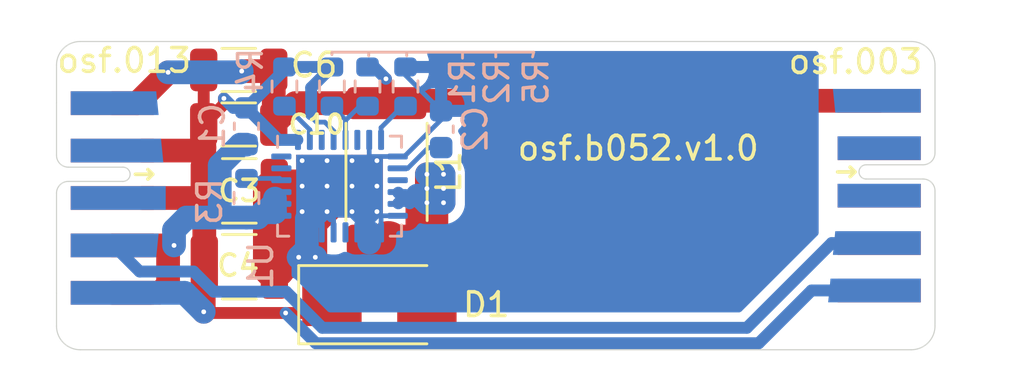
<source format=kicad_pcb>
(kicad_pcb (version 20211014) (generator pcbnew)
  (layers (0 "F.Cu" signal) (31 "B.Cu" signal) (34 "B.Paste" user) (35 "F.Paste" user) (36 "B.SilkS" user "B.Silkscreen") (37 "F.SilkS" user "F.Silkscreen") (38 "B.Mask" user) (39 "F.Mask" user) (44 "Edge.Cuts" user))
  (net 0 "")
  (net 1 "GND")
  (net 2 "/Controller/VCC")
  (net 3 "/Controller/SW")
  (net 4 "/Controller/PoE-")
  (net 5 "/Controller/GNDPWR")
  (net 6 "/Controller/5V")
  (net 7 "/Controller/FB2")
  (net 8 "/Controller/CLASS")
  (net 9 "/Controller/DET")
  (net 10 "/Controller/ILIM")
  (net 13 "Net-(J1-Pad9)")
  (footprint "on_edge:on_edge_2x05_device" (layer "F.Cu") (at 77 80.6 -90)
    (fp_text reference "J1")
    (fp_text value "013_PoE_rectified")
    (fp_line (start -1 -4.05) (end -0.8 -3.85) (layer "F.SilkS") (width 0.153))
    (fp_line (start -1.2 -3.85) (end -1 -4.05) (layer "F.SilkS") (width 0.153))
    (fp_line (start -1 -4.05) (end -1 -3.323) (layer "F.SilkS") (width 0.153))
    (fp_line (start -0.2 0) (end 4 0) (layer "Edge.Cuts") (width 0.05))
    (fp_line (start -0.7 -0.5) (end -0.7 -2.8) (layer "Edge.Cuts") (width 0.05))
    (fp_line (start -1.3 -2.8) (end -1.3 -0.5) (layer "Edge.Cuts") (width 0.05))
    (fp_line (start -4 0) (end -1.8 0) (layer "Edge.Cuts") (width 0.05))
    (fp_arc (start -1.3 -2.8) (mid -1 -3.1) (end -0.7 -2.8) (layer "Edge.Cuts") (width 0.05))
    (fp_arc (start -0.2 0) (mid -0.553553 -0.146447) (end -0.7 -0.5) (layer "Edge.Cuts") (width 0.05))
    (fp_arc (start -1.3 -0.5) (mid -1.446447 -0.146447) (end -1.8 0) (layer "Edge.Cuts") (width 0.05))
    (pad "1" smd rect (at -4 -2.35 90) (size 1 3.5) (layers "F.Cu" "F.Mask") (net 1 "GND"))
    (pad "2" smd rect (at -2 -2.35 270) (size 1 3.5) (layers "F.Cu" "F.Mask") (net 6 "/Controller/5V"))
    (pad "3" smd rect (at 0 -2.35 270) (size 1 3.5) (layers "F.Cu" "F.Mask") (net 6 "/Controller/5V"))
    (pad "4" smd rect (at 2 -2.35 90) (size 1 3.5) (layers "F.Cu" "F.Mask") (net 4 "/Controller/PoE-"))
    (pad "5" smd rect (at 4 -2.35 90) (size 1 3.5) (layers "F.Cu" "F.Mask") (net 4 "/Controller/PoE-"))
    (pad "6" smd custom (at -4 -2.4 270) (size 1 3.6) (layers "B.Cu" "B.Mask") (options (clearance outline) (anchor rect)) (primitives (gr_poly (pts (xy 0.5 -1.8) (xy 0.5 -1.9) (xy -0.5 -1.8)) (width 0) (fill yes))))
    (pad "7" smd custom (at -2 -2.1 270) (size 1 3) (layers "B.Cu" "B.Mask") (options (clearance outline) (anchor rect)) (primitives (gr_poly (pts (xy 0.3 -0.51) (xy 0.31 -0.62) (xy 0.33 -0.7) (xy 0.35 -0.76) (xy 0.37 -0.81) (xy 0.4 -0.86) (xy 0.44 -0.92) (xy 0.48 -0.97) (xy 0.5 -0.99) (xy 0.5 -2.4) (xy -0.5 -2.3) (xy -0.5 1.5) (xy 0.3 1.5)) (width 0) (fill yes))))
    (pad "8" smd rect (at 0 -2.6 270) (size 1 4) (layers "B.Cu" "B.Mask"))
    (pad "9" smd custom (at 2 -2.4 270) (size 1 3.6) (layers "B.Cu" "B.Mask") (net 13 "Net-(J1-Pad9)") (options (clearance outline) (anchor rect)) (primitives (gr_poly (pts (xy -0.5 -1.8) (xy -0.5 -1.9) (xy 0.5 -1.8)) (width 0) (fill yes))))
    (pad "10" smd custom (at 4 -2.3 270) (size 1 3.4) (layers "B.Cu" "B.Mask") (net 6 "/Controller/5V") (options (clearance outline) (anchor rect)) (primitives (gr_poly (pts (xy -0.5 -1.7) (xy -0.5 -1.8) (xy 0.5 -1.7)) (width 0) (fill yes))))
    (zone (net 0) (net_name "") (layers F&B.Cu) (connect_pads (clearance 0)) (min_thickness 0.254)
      (keepout (tracks allowed) (vias not_allowed) (pads allowed) (copperpour not_allowed) (footprints not_allowed))
      (fill (thermal_gap 0.508) (thermal_bridge_width 0.508))
      (polygon (pts (xy 77 85.6) (xy 77 75.6) (xy 81 75.6) (xy 81 85.6)))
    )
  )
  (footprint "Inductor_SMD:L_2512_6332Metric" (layer "F.Cu") (at 90.9 79.5 -90)
    (fp_text reference "L1" (at 0 -2.62 90) (layer "F.SilkS"))
    (fp_text value "22uH")
    (fp_line (start -2.052064 1.71) (end 2.052064 1.71) (layer "F.SilkS") (width 0.12))
    (fp_line (start -2.052064 -1.71) (end 2.052064 -1.71) (layer "F.SilkS") (width 0.12))
    (pad "1" smd roundrect (at -2.9 0 270) (size 1.35 3.35) (layers "F.Cu" "F.Paste" "F.Mask") (roundrect_rratio 0.185185) (net 1 "GND"))
    (pad "2" smd roundrect (at 2.9 0 270) (size 1.35 3.35) (layers "F.Cu" "F.Paste" "F.Mask") (roundrect_rratio 0.185185) (net 3 "/Controller/SW"))
  )
  (footprint "on_edge:on_edge_2x05_host" (layer "F.Cu") (at 114 80.5 -90)
    (fp_text reference "J2")
    (fp_text value "003_power")
    (fp_line (start -1 4.1) (end -1 3.373) (layer "F.SilkS") (width 0.153))
    (fp_line (start -0.8 3.573) (end -1 3.373) (layer "F.SilkS") (width 0.153))
    (fp_line (start -1 3.373) (end -1.2 3.573) (layer "F.SilkS") (width 0.153))
    (fp_line (start -4 0) (end -1.8 0) (layer "Edge.Cuts") (width 0.05))
    (fp_line (start -0.2 0) (end 4 0) (layer "Edge.Cuts") (width 0.05))
    (fp_line (start -0.7 2.9) (end -0.7 0.5) (layer "Edge.Cuts") (width 0.05))
    (fp_line (start -1.3 0.5) (end -1.3 2.9) (layer "Edge.Cuts") (width 0.05))
    (fp_arc (start -1.8 0) (mid -1.446447 0.146447) (end -1.3 0.5) (layer "Edge.Cuts") (width 0.05))
    (fp_arc (start -0.7 0.5) (mid -0.553553 0.146447) (end -0.2 0) (layer "Edge.Cuts") (width 0.05))
    (fp_arc (start -0.7 2.9) (mid -1 3.2) (end -1.3 2.9) (layer "Edge.Cuts") (width 0.05))
    (pad "1" smd rect (at -4 2.35 270) (size 1 3.5) (layers "F.Cu" "F.Mask") (net 1 "GND"))
    (pad "2" smd rect (at -2 2.35 270) (size 1 3.5) (layers "F.Cu" "F.Mask"))
    (pad "3" smd rect (at 0 2.35 270) (size 1 3.5) (layers "F.Cu" "F.Mask"))
    (pad "4" smd rect (at 2 2.35 270) (size 1 3.5) (layers "F.Cu" "F.Mask"))
    (pad "5" smd rect (at 4 2.35 270) (size 1 3.5) (layers "F.Cu" "F.Mask"))
    (pad "6" smd custom (at -4 2.4 90) (size 1 3.6) (layers "B.Cu" "B.Mask") (options (clearance outline) (anchor rect)) (primitives (gr_poly (pts (xy 0.5 -1.8) (xy -0.5 -1.8) (xy 0.5 -1.9)) (width 0) (fill yes))))
    (pad "7" smd rect (at -2 2.35 90) (size 1 3.5) (layers "B.Cu" "B.Mask"))
    (pad "8" smd rect (at 0 2.35 90) (size 1 3.5) (layers "B.Cu" "B.Mask"))
    (pad "9" smd custom (at 2 2.4 90) (size 1 3.6) (layers "B.Cu" "B.Mask") (net 13 "Net-(J1-Pad9)") (options (clearance outline) (anchor rect)) (primitives (gr_poly (pts (xy 0.5 -1.8) (xy -0.5 -1.8) (xy -0.5 -1.9)) (width 0) (fill yes))))
    (pad "10" smd custom (at 4 2.5 90) (size 1 3.8) (layers "B.Cu" "B.Mask") (net 6 "/Controller/5V") (options (clearance outline) (anchor rect)) (primitives (gr_poly (pts (xy 0.5 -1.9) (xy -0.5 -1.9) (xy -0.5 -2)) (width 0) (fill yes))))
    (zone (net 0) (net_name "") (layers F&B.Cu) (connect_pads (clearance 0)) (min_thickness 0.254)
      (keepout (tracks allowed) (vias not_allowed) (pads allowed) (copperpour not_allowed) (footprints not_allowed))
      (fill (thermal_gap 0.508) (thermal_bridge_width 0.508))
      (polygon (pts (xy 110 85.5) (xy 110 75.5) (xy 114 75.5) (xy 114 85.5)))
    )
  )
  (footprint "Capacitor_SMD:C_1210_3225Metric" (layer "F.Cu") (at 84.7 83.5)
    (fp_text reference "C4" (at -0.05 -0.05 -180) (layer "F.SilkS") (effects (font (size 0.9 0.9))))
    (fp_text value "10uF")
    (fp_line (start -0.711252 -1.36) (end 0.711252 -1.36) (layer "F.SilkS") (width 0.12))
    (fp_line (start -0.711252 1.36) (end 0.711252 1.36) (layer "F.SilkS") (width 0.12))
    (pad "1" smd roundrect (at -1.475 0) (size 1.15 2.7) (layers "F.Cu" "F.Paste" "F.Mask") (roundrect_rratio 0.217391) (net 6 "/Controller/5V"))
    (pad "2" smd roundrect (at 1.475 0) (size 1.15 2.7) (layers "F.Cu" "F.Paste" "F.Mask") (roundrect_rratio 0.217391) (net 5 "/Controller/GNDPWR"))
  )
  (footprint "Capacitor_SMD:C_1206_3216Metric" (layer "F.Cu") (at 84.675 75.2)
    (fp_text reference "C6" (at 3.175 -0.2) (layer "F.SilkS"))
    (fp_text value "100uF")
    (fp_line (start -0.711252 0.91) (end 0.711252 0.91) (layer "F.SilkS") (width 0.12))
    (fp_line (start -0.711252 -0.91) (end 0.711252 -0.91) (layer "F.SilkS") (width 0.12))
    (pad "1" smd roundrect (at -1.475 0) (size 1.15 1.8) (layers "F.Cu" "F.Paste" "F.Mask") (roundrect_rratio 0.217391) (net 6 "/Controller/5V"))
    (pad "2" smd roundrect (at 1.475 0) (size 1.15 1.8) (layers "F.Cu" "F.Paste" "F.Mask") (roundrect_rratio 0.217391) (net 1 "GND"))
  )
  (footprint "Capacitor_SMD:C_1206_3216Metric" (layer "F.Cu") (at 84.675 77.5)
    (fp_text reference "C10" (at 3.275 0) (layer "F.SilkS") (effects (font (size 0.8 0.8))))
    (fp_text value "22uF")
    (fp_line (start -0.711252 -0.91) (end 0.711252 -0.91) (layer "F.SilkS") (width 0.12))
    (fp_line (start -0.711252 0.91) (end 0.711252 0.91) (layer "F.SilkS") (width 0.12))
    (pad "1" smd roundrect (at -1.475 0) (size 1.15 1.8) (layers "F.Cu" "F.Paste" "F.Mask") (roundrect_rratio 0.217391) (net 6 "/Controller/5V"))
    (pad "2" smd roundrect (at 1.475 0) (size 1.15 1.8) (layers "F.Cu" "F.Paste" "F.Mask") (roundrect_rratio 0.217391) (net 1 "GND"))
  )
  (footprint "Diode_SMD:D_SMA" (layer "F.Cu") (at 90.6 85.1)
    (fp_text reference "D1" (at 4.5 0) (layer "F.SilkS"))
    (fp_text value "SL310A-TP")
    (fp_line (start -3.4 -1.65) (end -3.4 1.65) (layer "F.SilkS") (width 0.12))
    (fp_line (start -3.4 -1.65) (end 2 -1.65) (layer "F.SilkS") (width 0.12))
    (fp_line (start -3.4 1.65) (end 2 1.65) (layer "F.SilkS") (width 0.12))
    (pad "1" smd rect (at -2 0) (size 2.5 1.8) (layers "F.Cu" "F.Paste" "F.Mask") (net 6 "/Controller/5V"))
    (pad "2" smd rect (at 2 0) (size 2.5 1.8) (layers "F.Cu" "F.Paste" "F.Mask") (net 3 "/Controller/SW"))
  )
  (footprint "Capacitor_SMD:C_1210_3225Metric" (layer "F.Cu") (at 84.7 80.3)
    (fp_text reference "C3" (at 0 0) (layer "F.SilkS") (effects (font (size 0.9 0.9))))
    (fp_text value "2.2uF")
    (fp_line (start -0.711252 -1.36) (end 0.711252 -1.36) (layer "F.SilkS") (width 0.12))
    (fp_line (start -0.711252 1.36) (end 0.711252 1.36) (layer "F.SilkS") (width 0.12))
    (pad "1" smd roundrect (at -1.475 0) (size 1.15 2.7) (layers "F.Cu" "F.Paste" "F.Mask") (roundrect_rratio 0.217391) (net 6 "/Controller/5V"))
    (pad "2" smd roundrect (at 1.475 0) (size 1.15 2.7) (layers "F.Cu" "F.Paste" "F.Mask") (roundrect_rratio 0.217391) (net 5 "/Controller/GNDPWR"))
  )
  (footprint "Capacitor_SMD:C_0603_1608Metric" (layer "B.Cu") (at 85 77.575 -90)
    (fp_text reference "C1" (at 0 1.43 90) (layer "B.SilkS") (effects (justify mirror)))
    (fp_text value "100n")
    (fp_line (start -0.14058 0.51) (end 0.14058 0.51) (layer "B.SilkS") (width 0.12))
    (fp_line (start -0.14058 -0.51) (end 0.14058 -0.51) (layer "B.SilkS") (width 0.12))
    (pad "1" smd roundrect (at -0.775 0 270) (size 0.9 0.95) (layers "B.Cu" "B.Paste" "B.Mask") (net 6 "/Controller/5V"))
    (pad "2" smd roundrect (at 0.775 0 270) (size 0.9 0.95) (layers "B.Cu" "B.Paste" "B.Mask") (net 4 "/Controller/PoE-"))
  )
  (footprint "Capacitor_SMD:C_0603_1608Metric" (layer "B.Cu") (at 93.2 77.7 90)
    (fp_text reference "C2" (at 0 1.43 90) (layer "B.SilkS") (effects (justify mirror)))
    (fp_text value "1uF")
    (fp_line (start -0.14058 0.51) (end 0.14058 0.51) (layer "B.SilkS") (width 0.12))
    (fp_line (start -0.14058 -0.51) (end 0.14058 -0.51) (layer "B.SilkS") (width 0.12))
    (pad "1" smd roundrect (at -0.775 0 90) (size 0.9 0.95) (layers "B.Cu" "B.Paste" "B.Mask") (net 2 "/Controller/VCC"))
    (pad "2" smd roundrect (at 0.775 0 90) (size 0.9 0.95) (layers "B.Cu" "B.Paste" "B.Mask") (net 5 "/Controller/GNDPWR"))
  )
  (footprint "Resistor_SMD:R_0603_1608Metric" (layer "B.Cu") (at 88.6 75.9 90)
    (fp_text reference "R1" (at 0.2 5.5 90) (layer "B.SilkS") (effects (justify mirror)))
    (fp_text value "59k")
    (fp_line (start -0.237258 0.5225) (end 0.237258 0.5225) (layer "B.SilkS") (width 0.12))
    (fp_line (start -0.237258 -0.5225) (end 0.237258 -0.5225) (layer "B.SilkS") (width 0.12))
    (pad "1" smd roundrect (at -0.825 0 90) (size 0.8 0.95) (layers "B.Cu" "B.Paste" "B.Mask") (net 7 "/Controller/FB2"))
    (pad "2" smd roundrect (at 0.825 0 90) (size 0.8 0.95) (layers "B.Cu" "B.Paste" "B.Mask") (net 6 "/Controller/5V"))
  )
  (footprint "Resistor_SMD:R_0603_1608Metric" (layer "B.Cu") (at 90.1 75.9 -90)
    (fp_text reference "R2" (at -0.2 -5.45 90) (layer "B.SilkS") (effects (justify mirror)))
    (fp_text value "100k")
    (fp_line (start -0.237258 0.5225) (end 0.237258 0.5225) (layer "B.SilkS") (width 0.12))
    (fp_line (start -0.237258 -0.5225) (end 0.237258 -0.5225) (layer "B.SilkS") (width 0.12))
    (pad "1" smd roundrect (at -0.825 0 270) (size 0.8 0.95) (layers "B.Cu" "B.Paste" "B.Mask") (net 1 "GND"))
    (pad "2" smd roundrect (at 0.825 0 270) (size 0.8 0.95) (layers "B.Cu" "B.Paste" "B.Mask") (net 7 "/Controller/FB2"))
  )
  (footprint "Resistor_SMD:R_0603_1608Metric" (layer "B.Cu") (at 85 80.6 -90)
    (fp_text reference "R3" (at 0.15 1.55 90) (layer "B.SilkS") (effects (justify mirror)))
    (fp_text value "41.2R")
    (fp_line (start -0.237258 -0.5225) (end 0.237258 -0.5225) (layer "B.SilkS") (width 0.12))
    (fp_line (start -0.237258 0.5225) (end 0.237258 0.5225) (layer "B.SilkS") (width 0.12))
    (pad "1" smd roundrect (at -0.825 0 270) (size 0.8 0.95) (layers "B.Cu" "B.Paste" "B.Mask") (net 8 "/Controller/CLASS"))
    (pad "2" smd roundrect (at 0.825 0 270) (size 0.8 0.95) (layers "B.Cu" "B.Paste" "B.Mask") (net 4 "/Controller/PoE-"))
  )
  (footprint "Resistor_SMD:R_0603_1608Metric" (layer "B.Cu") (at 91.7 75.9 90)
    (fp_text reference "R5" (at 0.2 5.5 90) (layer "B.SilkS") (effects (justify mirror)))
    (fp_text value "43.2k")
    (fp_line (start -0.237258 -0.5225) (end 0.237258 -0.5225) (layer "B.SilkS") (width 0.12))
    (fp_line (start -0.237258 0.5225) (end 0.237258 0.5225) (layer "B.SilkS") (width 0.12))
    (pad "1" smd roundrect (at -0.825 0 90) (size 0.8 0.95) (layers "B.Cu" "B.Paste" "B.Mask") (net 10 "/Controller/ILIM"))
    (pad "2" smd roundrect (at 0.825 0 90) (size 0.8 0.95) (layers "B.Cu" "B.Paste" "B.Mask") (net 5 "/Controller/GNDPWR"))
  )
  (footprint "Package_DFN_QFN:QFN-28-1EP_4x5mm_P0.5mm_EP2.65x3.65mm_ThermalVias" (layer "B.Cu") (at 88.92 80.1 -90)
    (fp_text reference "U1" (at 3.35 3.32 90) (layer "B.SilkS") (effects (justify mirror)))
    (fp_text value "MP8007")
    (fp_line (start 1.635 -2.61) (end 2.11 -2.61) (layer "B.SilkS") (width 0.12))
    (fp_line (start 2.11 2.61) (end 2.11 2.135) (layer "B.SilkS") (width 0.12))
    (fp_line (start -1.635 2.61) (end -2.11 2.61) (layer "B.SilkS") (width 0.12))
    (fp_line (start 2.11 -2.61) (end 2.11 -2.135) (layer "B.SilkS") (width 0.12))
    (fp_line (start 1.635 2.61) (end 2.11 2.61) (layer "B.SilkS") (width 0.12))
    (fp_line (start -1.635 -2.61) (end -2.11 -2.61) (layer "B.SilkS") (width 0.12))
    (fp_line (start -2.11 -2.61) (end -2.11 -2.135) (layer "B.SilkS") (width 0.12))
    (pad "1" smd roundrect (at -1.95 1.75 270) (size 0.85 0.25) (layers "B.Cu" "B.Paste" "B.Mask") (net 6 "/Controller/5V"))
    (pad "2" smd roundrect (at -1.95 1.25 270) (size 0.85 0.25) (layers "B.Cu" "B.Paste" "B.Mask") (net 9 "/Controller/DET"))
    (pad "3" smd roundrect (at -1.95 0.75 270) (size 0.85 0.25) (layers "B.Cu" "B.Paste" "B.Mask"))
    (pad "4" smd roundrect (at -1.95 0.25 270) (size 0.85 0.25) (layers "B.Cu" "B.Paste" "B.Mask") (net 6 "/Controller/5V"))
    (pad "5" smd roundrect (at -1.95 -0.25 270) (size 0.85 0.25) (layers "B.Cu" "B.Paste" "B.Mask") (net 7 "/Controller/FB2"))
    (pad "6" smd roundrect (at -1.95 -0.75 270) (size 0.85 0.25) (layers "B.Cu" "B.Paste" "B.Mask"))
    (pad "7" smd roundrect (at -1.95 -1.25 270) (size 0.85 0.25) (layers "B.Cu" "B.Paste" "B.Mask") (net 5 "/Controller/GNDPWR"))
    (pad "8" smd roundrect (at -1.95 -1.75 270) (size 0.85 0.25) (layers "B.Cu" "B.Paste" "B.Mask") (net 10 "/Controller/ILIM"))
    (pad "9" smd roundrect (at -1.25 -2.45 270) (size 0.25 0.85) (layers "B.Cu" "B.Paste" "B.Mask") (net 5 "/Controller/GNDPWR"))
    (pad "10" smd roundrect (at -0.75 -2.45 270) (size 0.25 0.85) (layers "B.Cu" "B.Paste" "B.Mask") (net 2 "/Controller/VCC"))
    (pad "11" smd roundrect (at -0.25 -2.45 270) (size 0.25 0.85) (layers "B.Cu" "B.Paste" "B.Mask"))
    (pad "12" smd roundrect (at 0.25 -2.45 270) (size 0.25 0.85) (layers "B.Cu" "B.Paste" "B.Mask") (net 3 "/Controller/SW"))
    (pad "13" smd roundrect (at 0.75 -2.45 270) (size 0.25 0.85) (layers "B.Cu" "B.Paste" "B.Mask") (net 3 "/Controller/SW"))
    (pad "14" smd roundrect (at 1.25 -2.45 270) (size 0.25 0.85) (layers "B.Cu" "B.Paste" "B.Mask") (net 5 "/Controller/GNDPWR"))
    (pad "15" smd roundrect (at 1.95 -1.75 270) (size 0.85 0.25) (layers "B.Cu" "B.Paste" "B.Mask") (net 5 "/Controller/GNDPWR"))
    (pad "16" smd roundrect (at 1.95 -1.25 270) (size 0.85 0.25) (layers "B.Cu" "B.Paste" "B.Mask") (net 5 "/Controller/GNDPWR"))
    (pad "17" smd roundrect (at 1.95 -0.75 270) (size 0.85 0.25) (layers "B.Cu" "B.Paste" "B.Mask") (net 5 "/Controller/GNDPWR"))
    (pad "18" smd roundrect (at 1.95 -0.25 270) (size 0.85 0.25) (layers "B.Cu" "B.Paste" "B.Mask"))
    (pad "19" smd roundrect (at 1.95 0.25 270) (size 0.85 0.25) (layers "B.Cu" "B.Paste" "B.Mask") (net 5 "/Controller/GNDPWR"))
    (pad "20" smd roundrect (at 1.95 0.75 270) (size 0.85 0.25) (layers "B.Cu" "B.Paste" "B.Mask") (net 5 "/Controller/GNDPWR"))
    (pad "21" smd roundrect (at 1.95 1.25 270) (size 0.85 0.25) (layers "B.Cu" "B.Paste" "B.Mask") (net 5 "/Controller/GNDPWR"))
    (pad "22" smd roundrect (at 1.95 1.75 270) (size 0.85 0.25) (layers "B.Cu" "B.Paste" "B.Mask") (net 5 "/Controller/GNDPWR"))
    (pad "23" smd roundrect (at 1.25 2.45 270) (size 0.25 0.85) (layers "B.Cu" "B.Paste" "B.Mask") (net 4 "/Controller/PoE-"))
    (pad "24" smd roundrect (at 0.75 2.45 270) (size 0.25 0.85) (layers "B.Cu" "B.Paste" "B.Mask") (net 4 "/Controller/PoE-"))
    (pad "25" smd roundrect (at 0.25 2.45 270) (size 0.25 0.85) (layers "B.Cu" "B.Paste" "B.Mask") (net 4 "/Controller/PoE-"))
    (pad "26" smd roundrect (at -0.25 2.45 270) (size 0.25 0.85) (layers "B.Cu" "B.Paste" "B.Mask") (net 8 "/Controller/CLASS"))
    (pad "27" smd roundrect (at -0.75 2.45 270) (size 0.25 0.85) (layers "B.Cu" "B.Paste" "B.Mask"))
    (pad "28" smd roundrect (at -1.25 2.45 270) (size 0.25 0.85) (layers "B.Cu" "B.Paste" "B.Mask"))
    (pad "29" thru_hole circle (at 0 1.575 270) (size 0.5 0.5) (drill 0.2) (layers *.Cu) (net 5 "/Controller/GNDPWR"))
    (pad "29" smd rect (at 0 0 270) (size 2.65 3.65) (layers "B.Cu" "B.Mask") (net 5 "/Controller/GNDPWR"))
    (pad "29" thru_hole circle (at -1.075 0.525 270) (size 0.5 0.5) (drill 0.2) (layers *.Cu) (net 5 "/Controller/GNDPWR"))
    (pad "29" thru_hole circle (at 1.075 0.525 270) (size 0.5 0.5) (drill 0.2) (layers *.Cu) (net 5 "/Controller/GNDPWR"))
    (pad "29" thru_hole circle (at 0 -1.575 270) (size 0.5 0.5) (drill 0.2) (layers *.Cu) (net 5 "/Controller/GNDPWR"))
    (pad "29" thru_hole circle (at 1.075 -0.525 270) (size 0.5 0.5) (drill 0.2) (layers *.Cu) (net 5 "/Controller/GNDPWR"))
    (pad "29" thru_hole circle (at -1.075 -1.575 270) (size 0.5 0.5) (drill 0.2) (layers *.Cu) (net 5 "/Controller/GNDPWR"))
    (pad "29" thru_hole circle (at -1.075 -0.525 270) (size 0.5 0.5) (drill 0.2) (layers *.Cu) (net 5 "/Controller/GNDPWR"))
    (pad "29" thru_hole circle (at 1.075 -1.575 270) (size 0.5 0.5) (drill 0.2) (layers *.Cu) (net 5 "/Controller/GNDPWR"))
    (pad "29" thru_hole circle (at -1.075 1.575 270) (size 0.5 0.5) (drill 0.2) (layers *.Cu) (net 5 "/Controller/GNDPWR"))
    (pad "29" thru_hole circle (at 0 0.525 270) (size 0.5 0.5) (drill 0.2) (layers *.Cu) (net 5 "/Controller/GNDPWR"))
    (pad "29" thru_hole circle (at 1.075 1.575 270) (size 0.5 0.5) (drill 0.2) (layers *.Cu) (net 5 "/Controller/GNDPWR"))
    (pad "29" thru_hole circle (at 0 -0.525 270) (size 0.5 0.5) (drill 0.2) (layers *.Cu) (net 5 "/Controller/GNDPWR"))
    (pad "29" smd rect (at 0 0 270) (size 2.65 3.65) (layers "F.Cu") (net 5 "/Controller/GNDPWR"))
  )
  (footprint "Resistor_SMD:R_0603_1608Metric" (layer "B.Cu") (at 86.6 75.9 -90)
    (fp_text reference "R4" (at -0.65 1.43 90) (layer "B.SilkS") (effects (justify mirror)))
    (fp_text value "24.9k")
    (fp_line (start -0.237258 -0.5225) (end 0.237258 -0.5225) (layer "B.SilkS") (width 0.12))
    (fp_line (start -0.237258 0.5225) (end 0.237258 0.5225) (layer "B.SilkS") (width 0.12))
    (pad "1" smd roundrect (at -0.825 0 270) (size 0.8 0.95) (layers "B.Cu" "B.Paste" "B.Mask") (net 6 "/Controller/5V"))
    (pad "2" smd roundrect (at 0.825 0 270) (size 0.8 0.95) (layers "B.Cu" "B.Paste" "B.Mask") (net 9 "/Controller/DET"))
  )
  (gr_line (start 95.5 74.65) (end 95.5 74.45) (layer "B.SilkS") (width 0.12))
  (gr_line (start 91.75 74.6) (end 91.75 74.5) (layer "B.SilkS") (width 0.12))
  (gr_line (start 90.15 74.6) (end 90.15 74.5) (layer "B.SilkS") (width 0.12))
  (gr_line (start 88.6 74.45) (end 88.6 74.55) (layer "B.SilkS") (width 0.12))
  (gr_line (start 94.1 74.7) (end 94.1 74.5) (layer "B.SilkS") (width 0.12))
  (gr_line (start 97.1 74.45) (end 88.6 74.45) (layer "B.SilkS") (width 0.12))
  (gr_line (start 97.05 74.65) (end 97.1 74.45) (layer "B.SilkS") (width 0.12))
  (gr_line (start 113 87) (end 78 87) (layer "Edge.Cuts") (width 0.05))
  (gr_line (start 77 86) (end 77 84.6) (layer "Edge.Cuts") (width 0.05))
  (gr_line (start 78 74) (end 113 74) (layer "Edge.Cuts") (width 0.05))
  (gr_line (start 114 76.5) (end 114 75) (layer "Edge.Cuts") (width 0.05))
  (gr_line (start 77 76.6) (end 77 75) (layer "Edge.Cuts") (width 0.05))
  (gr_arc (start 113 74) (mid 113.707107 74.292893) (end 114 75) (layer "Edge.Cuts") (width 0.05))
  (gr_arc (start 77 75) (mid 77.292893 74.292893) (end 78 74) (layer "Edge.Cuts") (width 0.05))
  (gr_arc (start 78 87) (mid 77.292893 86.707107) (end 77 86) (layer "Edge.Cuts") (width 0.05))
  (gr_line (start 114 86) (end 114 84.5) (layer "Edge.Cuts") (width 0.05))
  (gr_arc (start 114 86) (mid 113.707107 86.707107) (end 113 87) (layer "Edge.Cuts") (width 0.05))
  (gr_text "osf.003" (at 110.65 74.85) (layer "F.SilkS") (effects (font (size 1 1))))
  (gr_text "osf.013" (at 79.85 74.8) (layer "F.SilkS") (effects (font (size 1 1))))
  (gr_text "osf.b052.v1.0" (at 101.5 78.5) (layer "F.SilkS") (effects (font (size 1 1))))
  (segment (start 90.875736 75.574264) (end 90.875736 76.575736) (width 0.5) (layer "F.Cu") (net 1))
  (segment (start 84.8 75.25) (end 86.1 75.25) (width 1) (layer "F.Cu") (net 1))
  (segment (start 90.9 76.6) (end 91 76.5) (width 1) (layer "F.Cu") (net 1))
  (segment (start 91 76.5) (end 111.65 76.5) (width 1) (layer "F.Cu") (net 1))
  (segment (start 80.4 76.6) (end 81.7 75.3) (width 1) (layer "F.Cu") (net 1))
  (segment (start 86.1 75.25) (end 86.15 75.2) (width 1) (layer "F.Cu") (net 1))
  (segment (start 79.35 76.6) (end 80.4 76.6) (width 1) (layer "F.Cu") (net 1))
  (segment (start 90.9 76.6) (end 87.05 76.6) (width 1) (layer "F.Cu") (net 1))
  (segment (start 90.875736 76.575736) (end 90.9 76.6) (width 0.5) (layer "F.Cu") (net 1))
  (segment (start 87.05 76.6) (end 86.15 77.5) (width 1) (layer "F.Cu") (net 1))
  (segment (start 86.15 75.2) (end 86.15 77.5) (width 1) (layer "F.Cu") (net 1))
  (via (at 81.7 75.3) (size 0.45) (drill 0.2) (layers "F.Cu" "B.Cu") (net 1))
  (via (at 90.875736 75.574264) (size 0.45) (drill 0.2) (layers "F.Cu" "B.Cu") (net 1))
  (via (at 84.8 75.25) (size 0.45) (drill 0.2) (layers "F.Cu" "B.Cu") (net 1))
  (segment (start 90.1 75.075) (end 90.376472 75.075) (width 0.5) (layer "B.Cu") (net 1))
  (segment (start 90.376472 75.075) (end 90.875736 75.574264) (width 0.5) (layer "B.Cu") (net 1))
  (segment (start 81.7 75.3) (end 84.75 75.3) (width 1) (layer "B.Cu") (net 1))
  (segment (start 84.75 75.3) (end 84.8 75.25) (width 1) (layer "B.Cu") (net 1))
  (segment (start 92.664325 78.475) (end 93.2 78.475) (width 0.2) (layer "B.Cu") (net 2))
  (segment (start 91.37 79.35) (end 91.789325 79.35) (width 0.2) (layer "B.Cu") (net 2))
  (segment (start 91.789325 79.35) (end 92.664325 78.475) (width 0.2) (layer "B.Cu") (net 2))
  (segment (start 92.6 80.2) (end 92.6 80.8) (width 1) (layer "F.Cu") (net 3))
  (segment (start 92.6 79.6) (end 92.6 80.2) (width 1) (layer "F.Cu") (net 3))
  (segment (start 93.3 80.8) (end 93.3 79.6) (width 1) (layer "F.Cu") (net 3))
  (segment (start 92.6 85.1) (end 92.6 84.1) (width 1.8) (layer "F.Cu") (net 3))
  (segment (start 92.6 84.1) (end 90.975001 82.475001) (width 1.8) (layer "F.Cu") (net 3))
  (segment (start 92.6 80.8) (end 92.6 79.6) (width 1) (layer "F.Cu") (net 3))
  (segment (start 92.6 80.8) (end 92.6 85.1) (width 1.8) (layer "F.Cu") (net 3))
  (via (at 93.3 80.8) (size 0.45) (drill 0.2) (layers "F.Cu" "B.Cu") (net 3))
  (via (at 92.6 79.6) (size 0.45) (drill 0.2) (layers "F.Cu" "B.Cu") (net 3))
  (via (at 93.3 79.6) (size 0.45) (drill 0.2) (layers "F.Cu" "B.Cu") (net 3))
  (via (at 93.3 80.2) (size 0.45) (drill 0.2) (layers "F.Cu" "B.Cu") (net 3))
  (via (at 92.6 80.2) (size 0.45) (drill 0.2) (layers "F.Cu" "B.Cu") (net 3))
  (via (at 92.6 80.8) (size 0.45) (drill 0.2) (layers "F.Cu" "B.Cu") (net 3))
  (segment (start 92.4 80.5) (end 91.72 80.5) (width 0.5) (layer "B.Cu") (net 3))
  (segment (start 93.3 80.8) (end 92.6 80.8) (width 1) (layer "B.Cu") (net 3))
  (segment (start 92.3 80.5) (end 92.2 80.5) (width 1) (layer "B.Cu") (net 3))
  (segment (start 92.6 80.8) (end 92.3 80.5) (width 1) (layer "B.Cu") (net 3))
  (segment (start 92.4 80.5) (end 91.52 80.5) (width 0.5) (layer "B.Cu") (net 3))
  (segment (start 92.4 80.5) (end 92.2 80.5) (width 0.5) (layer "B.Cu") (net 3))
  (segment (start 92.2 80.5) (end 91.87501 80.82499) (width 0.5) (layer "B.Cu") (net 3))
  (segment (start 93.3 79.6) (end 93.3 80.2) (width 1) (layer "B.Cu") (net 3))
  (segment (start 93.3 79.6) (end 92.6 79.6) (width 1) (layer "B.Cu") (net 3))
  (segment (start 91.72 80.5) (end 91.39501 80.82499) (width 0.5) (layer "B.Cu") (net 3))
  (segment (start 91.52 80.5) (end 91.39501 80.37501) (width 0.5) (layer "B.Cu") (net 3))
  (segment (start 93.3 80.2) (end 93.3 80.8) (width 1) (layer "B.Cu") (net 3))
  (segment (start 81.35 84.6) (end 81.7 84.25) (width 1) (layer "F.Cu") (net 4))
  (segment (start 79.35 84.6) (end 81.35 84.6) (width 1) (layer "F.Cu") (net 4))
  (segment (start 81.7 82.6) (end 79.35 82.6) (width 1) (layer "F.Cu") (net 4))
  (segment (start 81.7 84.25) (end 81.7 82.6) (width 1) (layer "F.Cu") (net 4))
  (via (at 81.95 82.6) (size 0.45) (drill 0.2) (layers "F.Cu" "B.Cu") (net 4))
  (segment (start 83.875 79.222918) (end 83.875 81.425) (width 1) (layer "B.Cu") (net 4))
  (segment (start 86.47 80.35) (end 86.075 80.35) (width 0.2) (layer "B.Cu") (net 4))
  (segment (start 82.475 81.425) (end 81.95 81.95) (width 1) (layer "B.Cu") (net 4))
  (segment (start 86.075 80.35) (end 85 81.425) (width 0.2) (layer "B.Cu") (net 4))
  (segment (start 85.575 80.85) (end 85 81.425) (width 0.2) (layer "B.Cu") (net 4))
  (segment (start 86.2 81.2) (end 86.2 80.62501) (width 1) (layer "B.Cu") (net 4))
  (segment (start 85 81.425) (end 85.475 81.425) (width 1) (layer "B.Cu") (net 4))
  (segment (start 86.47 81.35) (end 85.075 81.35) (width 0.2) (layer "B.Cu") (net 4))
  (segment (start 86.2 81.2) (end 85.7 81.2) (width 1) (layer "B.Cu") (net 4))
  (segment (start 85.075 81.35) (end 85 81.425) (width 0.2) (layer "B.Cu") (net 4))
  (segment (start 85 78.35) (end 84.747918 78.35) (width 1) (layer "B.Cu") (net 4))
  (segment (start 86.47 80.85) (end 85.575 80.85) (width 0.2) (layer "B.Cu") (net 4))
  (segment (start 83.875 81.425) (end 82.475 81.425) (width 1) (layer "B.Cu") (net 4))
  (segment (start 81.95 81.95) (end 81.95 82.6) (width 1) (layer "B.Cu") (net 4))
  (segment (start 85.7 81.2) (end 85.475 81.425) (width 1) (layer "B.Cu") (net 4))
  (segment (start 85 81.425) (end 83.875 81.425) (width 1) (layer "B.Cu") (net 4))
  (segment (start 84.747918 78.35) (end 83.875 79.222918) (width 1) (layer "B.Cu") (net 4))
  (segment (start 87.9 81.12) (end 88.92 80.1) (width 1) (layer "F.Cu") (net 5))
  (segment (start 86.175 83.5) (end 86.8 83.5) (width 1) (layer "F.Cu") (net 5))
  (segment (start 86.175 80.3) (end 86.175 83.5) (width 1.8) (layer "F.Cu") (net 5))
  (segment (start 86.175 82.845) (end 86.175 83.5) (width 1.8) (layer "F.Cu") (net 5))
  (segment (start 87.9 83.1) (end 87.9 81.12) (width 1) (layer "F.Cu") (net 5))
  (segment (start 88.72 80.3) (end 88.92 80.1) (width 1.8) (layer "F.Cu") (net 5))
  (segment (start 86.175 80.3) (end 88.72 80.3) (width 1.8) (layer "F.Cu") (net 5))
  (segment (start 88.92 80.1) (end 86.175 82.845) (width 1.8) (layer "F.Cu") (net 5))
  (segment (start 86.8 83.5) (end 87.2 83.1) (width 1) (layer "F.Cu") (net 5))
  (via (at 87.2 83.1) (size 0.45) (drill 0.2) (layers "F.Cu" "B.Cu") (net 5))
  (via (at 87.9 83.1) (size 0.45) (drill 0.2) (layers "F.Cu" "B.Cu") (net 5))
  (segment (start 89.67 82.05) (end 89.67 80.325) (width 0.2) (layer "B.Cu") (net 5))
  (segment (start 91.37 81.35) (end 90.67 81.35) (width 0.2) (layer "B.Cu") (net 5))
  (segment (start 87.54501 81.47499) (end 88.92 80.1) (width 1) (layer "B.Cu") (net 5))
  (segment (start 90.67 81.35) (end 90.495 81.175) (width 0.2) (layer "B.Cu") (net 5))
  (segment (start 90.17 81.35) (end 88.92 80.1) (width 0.2) (layer "B.Cu") (net 5))
  (segment (start 91.7 75.425) (end 93.2 76.925) (width 0.2) (layer "B.Cu") (net 5))
  (segment (start 87.54501 82.75499) (end 87.54501 81.47499) (width 1) (layer "B.Cu") (net 5))
  (segment (start 87.17 82.05) (end 88.92 80.3) (width 0.2) (layer "B.Cu") (net 5))
  (segment (start 93.2 77.3) (end 91.65 78.85) (width 0.2) (layer "B.Cu") (net 5))
  (segment (start 90.67 82.05) (end 90.67 81.35) (width 0.2) (layer "B.Cu") (net 5))
  (segment (start 88.17 82.05) (end 88.17 80.85) (width 0.2) (layer "B.Cu") (net 5))
  (segment (start 93.2 76.925) (end 93.2 77.3) (width 0.2) (layer "B.Cu") (net 5))
  (segment (start 91.65 78.85) (end 91.37 78.85) (width 0.2) (layer "B.Cu") (net 5))
  (segment (start 87.2 83.1) (end 87.54501 82.75499) (width 1) (layer "B.Cu") (net 5))
  (segment (start 89.67 79.35) (end 88.92 80.1) (width 0.2) (layer "B.Cu") (net 5))
  (segment (start 88.67 82.05) (end 88.67 80.35) (width 0.2) (layer "B.Cu") (net 5))
  (segment (start 90.17 82.482642) (end 90.17 82.05) (width 1) (layer "B.Cu") (net 5))
  (segment (start 90.17 82.05) (end 90.17 81.35) (width 0.2) (layer "B.Cu") (net 5))
  (segment (start 88.92 80.3) (end 88.92 80.1) (width 0.2) (layer "B.Cu") (net 5))
  (segment (start 89.67 80.325) (end 89.445 80.1) (width 0.2) (layer "B.Cu") (net 5))
  (segment (start 88.17 80.85) (end 88.92 80.1) (width 0.2) (layer "B.Cu") (net 5))
  (segment (start 91.37 78.85) (end 90.17 78.85) (width 0.2) (layer "B.Cu") (net 5))
  (segment (start 90.17 78.15) (end 90.17 78.85) (width 0.2) (layer "B.Cu") (net 5))
  (segment (start 88.67 80.35) (end 88.92 80.1) (width 0.2) (layer "B.Cu") (net 5))
  (segment (start 87.67 81.35) (end 88.92 80.1) (width 0.2) (layer "B.Cu") (net 5))
  (segment (start 90.17 81.875) (end 90.17 82.482642) (width 0.5) (layer "B.Cu") (net 5))
  (segment (start 88.395 80.1) (end 90.17 81.875) (width 0.5) (layer "B.Cu") (net 5))
  (segment (start 90.17 78.85) (end 88.92 80.1) (width 0.2) (layer "B.Cu") (net 5))
  (segment (start 91.7 75.075) (end 91.7 75.425) (width 0.2) (layer "B.Cu") (net 5))
  (segment (start 87.2 83.1) (end 87.9 83.1) (width 1) (layer "B.Cu") (net 5))
  (segment (start 87.67 82.05) (end 87.67 81.35) (width 0.2) (layer "B.Cu") (net 5))
  (segment (start 83.225 80.3) (end 83.225 78.475) (width 1) (layer "F.Cu") (net 6))
  (segment (start 82.925 80.6) (end 83.225 80.3) (width 1) (layer "F.Cu") (net 6))
  (segment (start 84.05 76.4) (end 84.05 76.65) (width 0.5) (layer "F.Cu") (net 6))
  (segment (start 83.225 83.5) (end 83.225 80.3) (width 1) (layer "F.Cu") (net 6))
  (segment (start 80.6 78.6) (end 83.1 78.6) (width 1) (layer "F.Cu") (net 6))
  (segment (start 84.05 76.65) (end 83.2 77.5) (width 0.5) (layer "F.Cu") (net 6))
  (segment (start 86.65 85.45) (end 83.25 85.45) (width 0.5) (layer "F.Cu") (net 6))
  (segment (start 83.1 78.6) (end 83.225 78.475) (width 1) (layer "F.Cu") (net 6))
  (segment (start 83.225 77.525) (end 83.2 77.5) (width 1) (layer "F.Cu") (net 6))
  (segment (start 80.6 80.6) (end 82.925 80.6) (width 1) (layer "F.Cu") (net 6))
  (segment (start 83.2 83.525) (end 83.225 83.5) (width 1) (layer "F.Cu") (net 6))
  (segment (start 83.25 85.45) (end 83.2 85.4) (width 0.5) (layer "F.Cu") (net 6))
  (segment (start 83.2 85.4) (end 83.2 83.525) (width 1) (layer "F.Cu") (net 6))
  (segment (start 83.225 78.475) (end 83.225 77.525) (width 1) (layer "F.Cu") (net 6))
  (segment (start 88.25 85.45) (end 88.6 85.1) (width 0.5) (layer "F.Cu") (net 6))
  (segment (start 83.2 75.2) (end 83.2 77.5) (width 0.5) (layer "F.Cu") (net 6))
  (segment (start 86.65 85.45) (end 88.25 85.45) (width 0.5) (layer "F.Cu") (net 6))
  (via (at 84.05 76.4) (size 0.45) (drill 0.2) (layers "F.Cu" "B.Cu") (net 6))
  (via (at 86.65 85.45) (size 0.45) (drill 0.2) (layers "F.Cu" "B.Cu") (net 6))
  (via (at 83.2 85.4) (size 0.45) (drill 0.2) (layers "F.Cu" "B.Cu") (net 6))
  (segment (start 85 76.8) (end 86.35 78.15) (width 0.5) (layer "B.Cu") (net 6))
  (segment (start 106.575 86.725) (end 87.925 86.725) (width 0.5) (layer "B.Cu") (net 6))
  (segment (start 87.725 75.95) (end 87.725 77.072894) (width 0.5) (layer "B.Cu") (net 6))
  (segment (start 82.4 84.6) (end 83.2 85.4) (width 1) (layer "B.Cu") (net 6))
  (segment (start 88.6 75.075) (end 87.725 75.95) (width 0.5) (layer "B.Cu") (net 6))
  (segment (start 86.35 78.15) (end 87.145 78.15) (width 0.5) (layer "B.Cu") (net 6))
  (segment (start 108.8 84.5) (end 106.575 86.725) (width 0.5) (layer "B.Cu") (net 6))
  (segment (start 86.6 75.075) (end 86.6 75.2) (width 0.5) (layer "B.Cu") (net 6))
  (segment (start 87.95 77.4) (end 87.725 77.175) (width 0.2) (layer "B.Cu") (net 6))
  (segment (start 88.67 77.77) (end 88.3 77.4) (width 0.2) (layer "B.Cu") (net 6))
  (segment (start 86.6 75.2) (end 85 76.8) (width 0.5) (layer "B.Cu") (net 6))
  (segment (start 88.6 75.075) (end 86.6 75.075) (width 0.5) (layer "B.Cu") (net 6))
  (segment (start 79.3 84.6) (end 82.4 84.6) (width 1) (layer "B.Cu") (net 6))
  (segment (start 87.725 77.175) (end 87.725 77.072894) (width 0.2) (layer "B.Cu") (net 6))
  (segment (start 84.45 76.8) (end 84.05 76.4) (width 0.5) (layer "B.Cu") (net 6))
  (segment (start 88.3 77.4) (end 87.95 77.4) (width 0.2) (layer "B.Cu") (net 6))
  (segment (start 85 76.8) (end 84.45 76.8) (width 0.5) (layer "B.Cu") (net 6))
  (segment (start 111.5 84.5) (end 108.8 84.5) (width 0.5) (layer "B.Cu") (net 6))
  (segment (start 87.925 86.725) (end 86.65 85.45) (width 0.5) (layer "B.Cu") (net 6))
  (segment (start 88.67 78.15) (end 88.67 77.77) (width 0.2) (layer "B.Cu") (net 6))
  (segment (start 89.17 77.33) (end 89.17 78.15) (width 0.2) (layer "B.Cu") (net 7))
  (segment (start 88.6 76.725) (end 89.17 77.295) (width 0.2) (layer "B.Cu") (net 7))
  (segment (start 89.17 77.295) (end 89.17 78.15) (width 0.2) (layer "B.Cu") (net 7))
  (segment (start 90.1 76.725) (end 89.775 76.725) (width 0.2) (layer "B.Cu") (net 7))
  (segment (start 89.775 76.725) (end 89.17 77.33) (width 0.2) (layer "B.Cu") (net 7))
  (segment (start 86.395 79.775) (end 86.47 79.85) (width 0.2) (layer "B.Cu") (net 8))
  (segment (start 85 79.775) (end 86.395 79.775) (width 0.2) (layer "B.Cu") (net 8))
  (segment (start 86.67 76.725) (end 87.67 77.725) (width 0.2) (layer "B.Cu") (net 9))
  (segment (start 86.6 76.725) (end 86.67 76.725) (width 0.2) (layer "B.Cu") (net 9))
  (segment (start 87.67 77.725) (end 87.67 78.15) (width 0.2) (layer "B.Cu") (net 9))
  (segment (start 90.67 77.63) (end 90.67 78.15) (width 0.2) (layer "B.Cu") (net 10))
  (segment (start 91.7 76.725) (end 91.575 76.725) (width 0.2) (layer "B.Cu") (net 10))
  (segment (start 91.575 76.725) (end 90.67 77.63) (width 0.2) (layer "B.Cu") (net 10))
  (segment (start 88.194238 86.075) (end 86.669238 84.55) (width 0.5) (layer "B.Cu") (net 13))
  (segment (start 106.075 86.075) (end 88.194238 86.075) (width 0.5) (layer "B.Cu") (net 13))
  (segment (start 82.772792 83.7) (end 80.5 83.7) (width 0.5) (layer "B.Cu") (net 13))
  (segment (start 109.65 82.5) (end 106.075 86.075) (width 0.5) (layer "B.Cu") (net 13))
  (segment (start 80.5 83.7) (end 79.4 82.6) (width 0.5) (layer "B.Cu") (net 13))
  (segment (start 111.6 82.5) (end 109.65 82.5) (width 0.5) (layer "B.Cu") (net 13))
  (segment (start 83.622792 84.55) (end 82.772792 83.7) (width 0.5) (layer "B.Cu") (net 13))
  (segment (start 86.669238 84.55) (end 83.622792 84.55) (width 0.5) (layer "B.Cu") (net 13))
  (zone (net 5) (net_name "/Controller/GNDPWR") (layer "B.Cu") (connect_pads (clearance 0.4)) (min_thickness 0.254) (fill yes (thermal_gap 0.508) (thermal_bridge_width 0.508))
    (polygon (pts (xy 109.1 73.15) (xy 109.1 87.7) (xy 86.9 87.65) (xy 86.9 72.25)))
  )
)
</source>
